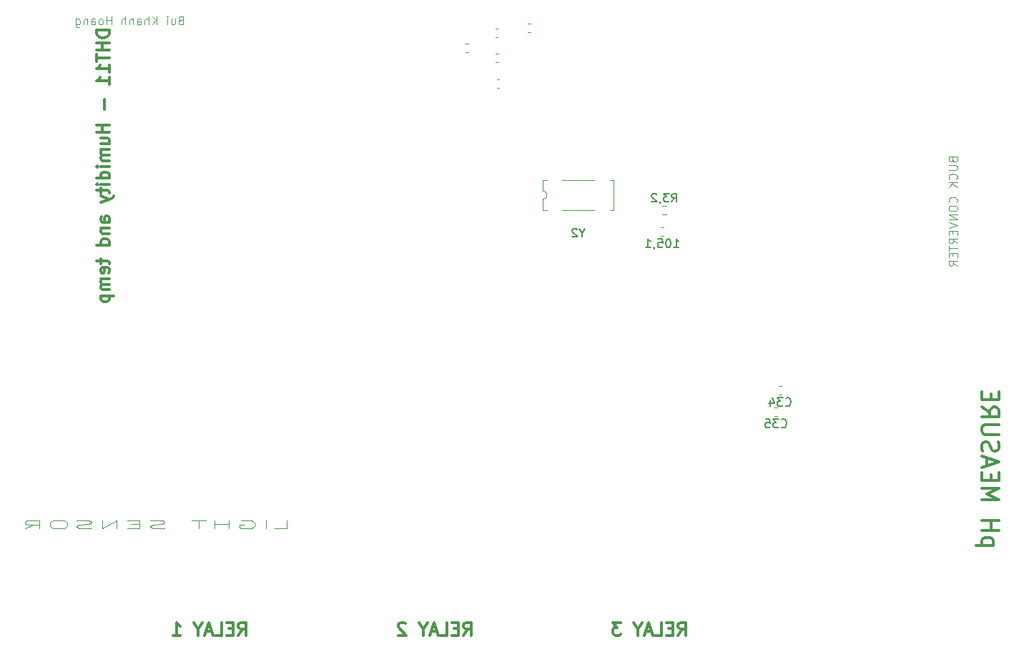
<source format=gbr>
%TF.GenerationSoftware,KiCad,Pcbnew,8.0.4*%
%TF.CreationDate,2024-09-30T00:09:27+07:00*%
%TF.ProjectId,Schematic_editted,53636865-6d61-4746-9963-5f6564697474,rev?*%
%TF.SameCoordinates,Original*%
%TF.FileFunction,Legend,Bot*%
%TF.FilePolarity,Positive*%
%FSLAX46Y46*%
G04 Gerber Fmt 4.6, Leading zero omitted, Abs format (unit mm)*
G04 Created by KiCad (PCBNEW 8.0.4) date 2024-09-30 00:09:27*
%MOMM*%
%LPD*%
G01*
G04 APERTURE LIST*
%ADD10C,0.300000*%
%ADD11C,0.100000*%
%ADD12C,0.150000*%
%ADD13C,0.120000*%
G04 APERTURE END LIST*
D10*
X104292828Y-69384510D02*
X102792828Y-69384510D01*
X102792828Y-69384510D02*
X102792828Y-69741653D01*
X102792828Y-69741653D02*
X102864257Y-69955939D01*
X102864257Y-69955939D02*
X103007114Y-70098796D01*
X103007114Y-70098796D02*
X103149971Y-70170225D01*
X103149971Y-70170225D02*
X103435685Y-70241653D01*
X103435685Y-70241653D02*
X103649971Y-70241653D01*
X103649971Y-70241653D02*
X103935685Y-70170225D01*
X103935685Y-70170225D02*
X104078542Y-70098796D01*
X104078542Y-70098796D02*
X104221400Y-69955939D01*
X104221400Y-69955939D02*
X104292828Y-69741653D01*
X104292828Y-69741653D02*
X104292828Y-69384510D01*
X104292828Y-70884510D02*
X102792828Y-70884510D01*
X103507114Y-70884510D02*
X103507114Y-71741653D01*
X104292828Y-71741653D02*
X102792828Y-71741653D01*
X102792828Y-72241654D02*
X102792828Y-73098797D01*
X104292828Y-72670225D02*
X102792828Y-72670225D01*
X104292828Y-74384511D02*
X104292828Y-73527368D01*
X104292828Y-73955939D02*
X102792828Y-73955939D01*
X102792828Y-73955939D02*
X103007114Y-73813082D01*
X103007114Y-73813082D02*
X103149971Y-73670225D01*
X103149971Y-73670225D02*
X103221400Y-73527368D01*
X104292828Y-75813082D02*
X104292828Y-74955939D01*
X104292828Y-75384510D02*
X102792828Y-75384510D01*
X102792828Y-75384510D02*
X103007114Y-75241653D01*
X103007114Y-75241653D02*
X103149971Y-75098796D01*
X103149971Y-75098796D02*
X103221400Y-74955939D01*
X103721400Y-77598795D02*
X103721400Y-78741653D01*
X104292828Y-80598795D02*
X102792828Y-80598795D01*
X103507114Y-80598795D02*
X103507114Y-81455938D01*
X104292828Y-81455938D02*
X102792828Y-81455938D01*
X103292828Y-82813082D02*
X104292828Y-82813082D01*
X103292828Y-82170224D02*
X104078542Y-82170224D01*
X104078542Y-82170224D02*
X104221400Y-82241653D01*
X104221400Y-82241653D02*
X104292828Y-82384510D01*
X104292828Y-82384510D02*
X104292828Y-82598796D01*
X104292828Y-82598796D02*
X104221400Y-82741653D01*
X104221400Y-82741653D02*
X104149971Y-82813082D01*
X104292828Y-83527367D02*
X103292828Y-83527367D01*
X103435685Y-83527367D02*
X103364257Y-83598796D01*
X103364257Y-83598796D02*
X103292828Y-83741653D01*
X103292828Y-83741653D02*
X103292828Y-83955939D01*
X103292828Y-83955939D02*
X103364257Y-84098796D01*
X103364257Y-84098796D02*
X103507114Y-84170225D01*
X103507114Y-84170225D02*
X104292828Y-84170225D01*
X103507114Y-84170225D02*
X103364257Y-84241653D01*
X103364257Y-84241653D02*
X103292828Y-84384510D01*
X103292828Y-84384510D02*
X103292828Y-84598796D01*
X103292828Y-84598796D02*
X103364257Y-84741653D01*
X103364257Y-84741653D02*
X103507114Y-84813082D01*
X103507114Y-84813082D02*
X104292828Y-84813082D01*
X104292828Y-85527367D02*
X103292828Y-85527367D01*
X102792828Y-85527367D02*
X102864257Y-85455939D01*
X102864257Y-85455939D02*
X102935685Y-85527367D01*
X102935685Y-85527367D02*
X102864257Y-85598796D01*
X102864257Y-85598796D02*
X102792828Y-85527367D01*
X102792828Y-85527367D02*
X102935685Y-85527367D01*
X104292828Y-86884511D02*
X102792828Y-86884511D01*
X104221400Y-86884511D02*
X104292828Y-86741653D01*
X104292828Y-86741653D02*
X104292828Y-86455939D01*
X104292828Y-86455939D02*
X104221400Y-86313082D01*
X104221400Y-86313082D02*
X104149971Y-86241653D01*
X104149971Y-86241653D02*
X104007114Y-86170225D01*
X104007114Y-86170225D02*
X103578542Y-86170225D01*
X103578542Y-86170225D02*
X103435685Y-86241653D01*
X103435685Y-86241653D02*
X103364257Y-86313082D01*
X103364257Y-86313082D02*
X103292828Y-86455939D01*
X103292828Y-86455939D02*
X103292828Y-86741653D01*
X103292828Y-86741653D02*
X103364257Y-86884511D01*
X104292828Y-87598796D02*
X103292828Y-87598796D01*
X102792828Y-87598796D02*
X102864257Y-87527368D01*
X102864257Y-87527368D02*
X102935685Y-87598796D01*
X102935685Y-87598796D02*
X102864257Y-87670225D01*
X102864257Y-87670225D02*
X102792828Y-87598796D01*
X102792828Y-87598796D02*
X102935685Y-87598796D01*
X103292828Y-88098797D02*
X103292828Y-88670225D01*
X102792828Y-88313082D02*
X104078542Y-88313082D01*
X104078542Y-88313082D02*
X104221400Y-88384511D01*
X104221400Y-88384511D02*
X104292828Y-88527368D01*
X104292828Y-88527368D02*
X104292828Y-88670225D01*
X103292828Y-89027368D02*
X104292828Y-89384511D01*
X103292828Y-89741654D02*
X104292828Y-89384511D01*
X104292828Y-89384511D02*
X104649971Y-89241654D01*
X104649971Y-89241654D02*
X104721400Y-89170225D01*
X104721400Y-89170225D02*
X104792828Y-89027368D01*
X104292828Y-92098797D02*
X103507114Y-92098797D01*
X103507114Y-92098797D02*
X103364257Y-92027368D01*
X103364257Y-92027368D02*
X103292828Y-91884511D01*
X103292828Y-91884511D02*
X103292828Y-91598797D01*
X103292828Y-91598797D02*
X103364257Y-91455939D01*
X104221400Y-92098797D02*
X104292828Y-91955939D01*
X104292828Y-91955939D02*
X104292828Y-91598797D01*
X104292828Y-91598797D02*
X104221400Y-91455939D01*
X104221400Y-91455939D02*
X104078542Y-91384511D01*
X104078542Y-91384511D02*
X103935685Y-91384511D01*
X103935685Y-91384511D02*
X103792828Y-91455939D01*
X103792828Y-91455939D02*
X103721400Y-91598797D01*
X103721400Y-91598797D02*
X103721400Y-91955939D01*
X103721400Y-91955939D02*
X103649971Y-92098797D01*
X103292828Y-92813082D02*
X104292828Y-92813082D01*
X103435685Y-92813082D02*
X103364257Y-92884511D01*
X103364257Y-92884511D02*
X103292828Y-93027368D01*
X103292828Y-93027368D02*
X103292828Y-93241654D01*
X103292828Y-93241654D02*
X103364257Y-93384511D01*
X103364257Y-93384511D02*
X103507114Y-93455940D01*
X103507114Y-93455940D02*
X104292828Y-93455940D01*
X104292828Y-94813083D02*
X102792828Y-94813083D01*
X104221400Y-94813083D02*
X104292828Y-94670225D01*
X104292828Y-94670225D02*
X104292828Y-94384511D01*
X104292828Y-94384511D02*
X104221400Y-94241654D01*
X104221400Y-94241654D02*
X104149971Y-94170225D01*
X104149971Y-94170225D02*
X104007114Y-94098797D01*
X104007114Y-94098797D02*
X103578542Y-94098797D01*
X103578542Y-94098797D02*
X103435685Y-94170225D01*
X103435685Y-94170225D02*
X103364257Y-94241654D01*
X103364257Y-94241654D02*
X103292828Y-94384511D01*
X103292828Y-94384511D02*
X103292828Y-94670225D01*
X103292828Y-94670225D02*
X103364257Y-94813083D01*
X103292828Y-96455940D02*
X103292828Y-97027368D01*
X102792828Y-96670225D02*
X104078542Y-96670225D01*
X104078542Y-96670225D02*
X104221400Y-96741654D01*
X104221400Y-96741654D02*
X104292828Y-96884511D01*
X104292828Y-96884511D02*
X104292828Y-97027368D01*
X104221400Y-98098797D02*
X104292828Y-97955940D01*
X104292828Y-97955940D02*
X104292828Y-97670226D01*
X104292828Y-97670226D02*
X104221400Y-97527368D01*
X104221400Y-97527368D02*
X104078542Y-97455940D01*
X104078542Y-97455940D02*
X103507114Y-97455940D01*
X103507114Y-97455940D02*
X103364257Y-97527368D01*
X103364257Y-97527368D02*
X103292828Y-97670226D01*
X103292828Y-97670226D02*
X103292828Y-97955940D01*
X103292828Y-97955940D02*
X103364257Y-98098797D01*
X103364257Y-98098797D02*
X103507114Y-98170226D01*
X103507114Y-98170226D02*
X103649971Y-98170226D01*
X103649971Y-98170226D02*
X103792828Y-97455940D01*
X104292828Y-98813082D02*
X103292828Y-98813082D01*
X103435685Y-98813082D02*
X103364257Y-98884511D01*
X103364257Y-98884511D02*
X103292828Y-99027368D01*
X103292828Y-99027368D02*
X103292828Y-99241654D01*
X103292828Y-99241654D02*
X103364257Y-99384511D01*
X103364257Y-99384511D02*
X103507114Y-99455940D01*
X103507114Y-99455940D02*
X104292828Y-99455940D01*
X103507114Y-99455940D02*
X103364257Y-99527368D01*
X103364257Y-99527368D02*
X103292828Y-99670225D01*
X103292828Y-99670225D02*
X103292828Y-99884511D01*
X103292828Y-99884511D02*
X103364257Y-100027368D01*
X103364257Y-100027368D02*
X103507114Y-100098797D01*
X103507114Y-100098797D02*
X104292828Y-100098797D01*
X103292828Y-100813082D02*
X104792828Y-100813082D01*
X103364257Y-100813082D02*
X103292828Y-100955940D01*
X103292828Y-100955940D02*
X103292828Y-101241654D01*
X103292828Y-101241654D02*
X103364257Y-101384511D01*
X103364257Y-101384511D02*
X103435685Y-101455940D01*
X103435685Y-101455940D02*
X103578542Y-101527368D01*
X103578542Y-101527368D02*
X104007114Y-101527368D01*
X104007114Y-101527368D02*
X104149971Y-101455940D01*
X104149971Y-101455940D02*
X104221400Y-101384511D01*
X104221400Y-101384511D02*
X104292828Y-101241654D01*
X104292828Y-101241654D02*
X104292828Y-100955940D01*
X104292828Y-100955940D02*
X104221400Y-100813082D01*
X146260346Y-141020828D02*
X146760346Y-140306542D01*
X147117489Y-141020828D02*
X147117489Y-139520828D01*
X147117489Y-139520828D02*
X146546060Y-139520828D01*
X146546060Y-139520828D02*
X146403203Y-139592257D01*
X146403203Y-139592257D02*
X146331774Y-139663685D01*
X146331774Y-139663685D02*
X146260346Y-139806542D01*
X146260346Y-139806542D02*
X146260346Y-140020828D01*
X146260346Y-140020828D02*
X146331774Y-140163685D01*
X146331774Y-140163685D02*
X146403203Y-140235114D01*
X146403203Y-140235114D02*
X146546060Y-140306542D01*
X146546060Y-140306542D02*
X147117489Y-140306542D01*
X145617489Y-140235114D02*
X145117489Y-140235114D01*
X144903203Y-141020828D02*
X145617489Y-141020828D01*
X145617489Y-141020828D02*
X145617489Y-139520828D01*
X145617489Y-139520828D02*
X144903203Y-139520828D01*
X143546060Y-141020828D02*
X144260346Y-141020828D01*
X144260346Y-141020828D02*
X144260346Y-139520828D01*
X143117488Y-140592257D02*
X142403203Y-140592257D01*
X143260345Y-141020828D02*
X142760345Y-139520828D01*
X142760345Y-139520828D02*
X142260345Y-141020828D01*
X141474631Y-140306542D02*
X141474631Y-141020828D01*
X141974631Y-139520828D02*
X141474631Y-140306542D01*
X141474631Y-140306542D02*
X140974631Y-139520828D01*
X139403203Y-139663685D02*
X139331775Y-139592257D01*
X139331775Y-139592257D02*
X139188918Y-139520828D01*
X139188918Y-139520828D02*
X138831775Y-139520828D01*
X138831775Y-139520828D02*
X138688918Y-139592257D01*
X138688918Y-139592257D02*
X138617489Y-139663685D01*
X138617489Y-139663685D02*
X138546060Y-139806542D01*
X138546060Y-139806542D02*
X138546060Y-139949400D01*
X138546060Y-139949400D02*
X138617489Y-140163685D01*
X138617489Y-140163685D02*
X139474632Y-141020828D01*
X139474632Y-141020828D02*
X138546060Y-141020828D01*
D11*
X112744782Y-68178609D02*
X112601925Y-68226228D01*
X112601925Y-68226228D02*
X112554306Y-68273847D01*
X112554306Y-68273847D02*
X112506687Y-68369085D01*
X112506687Y-68369085D02*
X112506687Y-68511942D01*
X112506687Y-68511942D02*
X112554306Y-68607180D01*
X112554306Y-68607180D02*
X112601925Y-68654800D01*
X112601925Y-68654800D02*
X112697163Y-68702419D01*
X112697163Y-68702419D02*
X113078115Y-68702419D01*
X113078115Y-68702419D02*
X113078115Y-67702419D01*
X113078115Y-67702419D02*
X112744782Y-67702419D01*
X112744782Y-67702419D02*
X112649544Y-67750038D01*
X112649544Y-67750038D02*
X112601925Y-67797657D01*
X112601925Y-67797657D02*
X112554306Y-67892895D01*
X112554306Y-67892895D02*
X112554306Y-67988133D01*
X112554306Y-67988133D02*
X112601925Y-68083371D01*
X112601925Y-68083371D02*
X112649544Y-68130990D01*
X112649544Y-68130990D02*
X112744782Y-68178609D01*
X112744782Y-68178609D02*
X113078115Y-68178609D01*
X111649544Y-68035752D02*
X111649544Y-68702419D01*
X112078115Y-68035752D02*
X112078115Y-68559561D01*
X112078115Y-68559561D02*
X112030496Y-68654800D01*
X112030496Y-68654800D02*
X111935258Y-68702419D01*
X111935258Y-68702419D02*
X111792401Y-68702419D01*
X111792401Y-68702419D02*
X111697163Y-68654800D01*
X111697163Y-68654800D02*
X111649544Y-68607180D01*
X111173353Y-68702419D02*
X111173353Y-68035752D01*
X111173353Y-67702419D02*
X111220972Y-67750038D01*
X111220972Y-67750038D02*
X111173353Y-67797657D01*
X111173353Y-67797657D02*
X111125734Y-67750038D01*
X111125734Y-67750038D02*
X111173353Y-67702419D01*
X111173353Y-67702419D02*
X111173353Y-67797657D01*
X109935258Y-68702419D02*
X109935258Y-67702419D01*
X109363830Y-68702419D02*
X109792401Y-68130990D01*
X109363830Y-67702419D02*
X109935258Y-68273847D01*
X108935258Y-68702419D02*
X108935258Y-67702419D01*
X108506687Y-68702419D02*
X108506687Y-68178609D01*
X108506687Y-68178609D02*
X108554306Y-68083371D01*
X108554306Y-68083371D02*
X108649544Y-68035752D01*
X108649544Y-68035752D02*
X108792401Y-68035752D01*
X108792401Y-68035752D02*
X108887639Y-68083371D01*
X108887639Y-68083371D02*
X108935258Y-68130990D01*
X107601925Y-68702419D02*
X107601925Y-68178609D01*
X107601925Y-68178609D02*
X107649544Y-68083371D01*
X107649544Y-68083371D02*
X107744782Y-68035752D01*
X107744782Y-68035752D02*
X107935258Y-68035752D01*
X107935258Y-68035752D02*
X108030496Y-68083371D01*
X107601925Y-68654800D02*
X107697163Y-68702419D01*
X107697163Y-68702419D02*
X107935258Y-68702419D01*
X107935258Y-68702419D02*
X108030496Y-68654800D01*
X108030496Y-68654800D02*
X108078115Y-68559561D01*
X108078115Y-68559561D02*
X108078115Y-68464323D01*
X108078115Y-68464323D02*
X108030496Y-68369085D01*
X108030496Y-68369085D02*
X107935258Y-68321466D01*
X107935258Y-68321466D02*
X107697163Y-68321466D01*
X107697163Y-68321466D02*
X107601925Y-68273847D01*
X107125734Y-68035752D02*
X107125734Y-68702419D01*
X107125734Y-68130990D02*
X107078115Y-68083371D01*
X107078115Y-68083371D02*
X106982877Y-68035752D01*
X106982877Y-68035752D02*
X106840020Y-68035752D01*
X106840020Y-68035752D02*
X106744782Y-68083371D01*
X106744782Y-68083371D02*
X106697163Y-68178609D01*
X106697163Y-68178609D02*
X106697163Y-68702419D01*
X106220972Y-68702419D02*
X106220972Y-67702419D01*
X105792401Y-68702419D02*
X105792401Y-68178609D01*
X105792401Y-68178609D02*
X105840020Y-68083371D01*
X105840020Y-68083371D02*
X105935258Y-68035752D01*
X105935258Y-68035752D02*
X106078115Y-68035752D01*
X106078115Y-68035752D02*
X106173353Y-68083371D01*
X106173353Y-68083371D02*
X106220972Y-68130990D01*
X104554305Y-68702419D02*
X104554305Y-67702419D01*
X104554305Y-68178609D02*
X103982877Y-68178609D01*
X103982877Y-68702419D02*
X103982877Y-67702419D01*
X103363829Y-68702419D02*
X103459067Y-68654800D01*
X103459067Y-68654800D02*
X103506686Y-68607180D01*
X103506686Y-68607180D02*
X103554305Y-68511942D01*
X103554305Y-68511942D02*
X103554305Y-68226228D01*
X103554305Y-68226228D02*
X103506686Y-68130990D01*
X103506686Y-68130990D02*
X103459067Y-68083371D01*
X103459067Y-68083371D02*
X103363829Y-68035752D01*
X103363829Y-68035752D02*
X103220972Y-68035752D01*
X103220972Y-68035752D02*
X103125734Y-68083371D01*
X103125734Y-68083371D02*
X103078115Y-68130990D01*
X103078115Y-68130990D02*
X103030496Y-68226228D01*
X103030496Y-68226228D02*
X103030496Y-68511942D01*
X103030496Y-68511942D02*
X103078115Y-68607180D01*
X103078115Y-68607180D02*
X103125734Y-68654800D01*
X103125734Y-68654800D02*
X103220972Y-68702419D01*
X103220972Y-68702419D02*
X103363829Y-68702419D01*
X102173353Y-68702419D02*
X102173353Y-68178609D01*
X102173353Y-68178609D02*
X102220972Y-68083371D01*
X102220972Y-68083371D02*
X102316210Y-68035752D01*
X102316210Y-68035752D02*
X102506686Y-68035752D01*
X102506686Y-68035752D02*
X102601924Y-68083371D01*
X102173353Y-68654800D02*
X102268591Y-68702419D01*
X102268591Y-68702419D02*
X102506686Y-68702419D01*
X102506686Y-68702419D02*
X102601924Y-68654800D01*
X102601924Y-68654800D02*
X102649543Y-68559561D01*
X102649543Y-68559561D02*
X102649543Y-68464323D01*
X102649543Y-68464323D02*
X102601924Y-68369085D01*
X102601924Y-68369085D02*
X102506686Y-68321466D01*
X102506686Y-68321466D02*
X102268591Y-68321466D01*
X102268591Y-68321466D02*
X102173353Y-68273847D01*
X101697162Y-68035752D02*
X101697162Y-68702419D01*
X101697162Y-68130990D02*
X101649543Y-68083371D01*
X101649543Y-68083371D02*
X101554305Y-68035752D01*
X101554305Y-68035752D02*
X101411448Y-68035752D01*
X101411448Y-68035752D02*
X101316210Y-68083371D01*
X101316210Y-68083371D02*
X101268591Y-68178609D01*
X101268591Y-68178609D02*
X101268591Y-68702419D01*
X100363829Y-68035752D02*
X100363829Y-68845276D01*
X100363829Y-68845276D02*
X100411448Y-68940514D01*
X100411448Y-68940514D02*
X100459067Y-68988133D01*
X100459067Y-68988133D02*
X100554305Y-69035752D01*
X100554305Y-69035752D02*
X100697162Y-69035752D01*
X100697162Y-69035752D02*
X100792400Y-68988133D01*
X100363829Y-68654800D02*
X100459067Y-68702419D01*
X100459067Y-68702419D02*
X100649543Y-68702419D01*
X100649543Y-68702419D02*
X100744781Y-68654800D01*
X100744781Y-68654800D02*
X100792400Y-68607180D01*
X100792400Y-68607180D02*
X100840019Y-68511942D01*
X100840019Y-68511942D02*
X100840019Y-68226228D01*
X100840019Y-68226228D02*
X100792400Y-68130990D01*
X100792400Y-68130990D02*
X100744781Y-68083371D01*
X100744781Y-68083371D02*
X100649543Y-68035752D01*
X100649543Y-68035752D02*
X100459067Y-68035752D01*
X100459067Y-68035752D02*
X100363829Y-68083371D01*
D10*
X208955695Y-130386441D02*
X206955695Y-130386441D01*
X208860457Y-130386441D02*
X208955695Y-130195965D01*
X208955695Y-130195965D02*
X208955695Y-129815012D01*
X208955695Y-129815012D02*
X208860457Y-129624536D01*
X208860457Y-129624536D02*
X208765219Y-129529298D01*
X208765219Y-129529298D02*
X208574742Y-129434060D01*
X208574742Y-129434060D02*
X208003314Y-129434060D01*
X208003314Y-129434060D02*
X207812838Y-129529298D01*
X207812838Y-129529298D02*
X207717600Y-129624536D01*
X207717600Y-129624536D02*
X207622361Y-129815012D01*
X207622361Y-129815012D02*
X207622361Y-130195965D01*
X207622361Y-130195965D02*
X207717600Y-130386441D01*
X207622361Y-128576917D02*
X209622361Y-128576917D01*
X208669980Y-128576917D02*
X208669980Y-127434060D01*
X207622361Y-127434060D02*
X209622361Y-127434060D01*
X207622361Y-124957869D02*
X209622361Y-124957869D01*
X209622361Y-124957869D02*
X208193790Y-124291202D01*
X208193790Y-124291202D02*
X209622361Y-123624536D01*
X209622361Y-123624536D02*
X207622361Y-123624536D01*
X208669980Y-122672155D02*
X208669980Y-122005488D01*
X207622361Y-121719774D02*
X207622361Y-122672155D01*
X207622361Y-122672155D02*
X209622361Y-122672155D01*
X209622361Y-122672155D02*
X209622361Y-121719774D01*
X208193790Y-120957869D02*
X208193790Y-120005488D01*
X207622361Y-121148345D02*
X209622361Y-120481679D01*
X209622361Y-120481679D02*
X207622361Y-119815012D01*
X207717600Y-119243583D02*
X207622361Y-118957869D01*
X207622361Y-118957869D02*
X207622361Y-118481678D01*
X207622361Y-118481678D02*
X207717600Y-118291202D01*
X207717600Y-118291202D02*
X207812838Y-118195964D01*
X207812838Y-118195964D02*
X208003314Y-118100726D01*
X208003314Y-118100726D02*
X208193790Y-118100726D01*
X208193790Y-118100726D02*
X208384266Y-118195964D01*
X208384266Y-118195964D02*
X208479504Y-118291202D01*
X208479504Y-118291202D02*
X208574742Y-118481678D01*
X208574742Y-118481678D02*
X208669980Y-118862631D01*
X208669980Y-118862631D02*
X208765219Y-119053107D01*
X208765219Y-119053107D02*
X208860457Y-119148345D01*
X208860457Y-119148345D02*
X209050933Y-119243583D01*
X209050933Y-119243583D02*
X209241409Y-119243583D01*
X209241409Y-119243583D02*
X209431885Y-119148345D01*
X209431885Y-119148345D02*
X209527123Y-119053107D01*
X209527123Y-119053107D02*
X209622361Y-118862631D01*
X209622361Y-118862631D02*
X209622361Y-118386440D01*
X209622361Y-118386440D02*
X209527123Y-118100726D01*
X209622361Y-117243583D02*
X208003314Y-117243583D01*
X208003314Y-117243583D02*
X207812838Y-117148345D01*
X207812838Y-117148345D02*
X207717600Y-117053107D01*
X207717600Y-117053107D02*
X207622361Y-116862631D01*
X207622361Y-116862631D02*
X207622361Y-116481678D01*
X207622361Y-116481678D02*
X207717600Y-116291202D01*
X207717600Y-116291202D02*
X207812838Y-116195964D01*
X207812838Y-116195964D02*
X208003314Y-116100726D01*
X208003314Y-116100726D02*
X209622361Y-116100726D01*
X207622361Y-114005488D02*
X208574742Y-114672155D01*
X207622361Y-115148345D02*
X209622361Y-115148345D01*
X209622361Y-115148345D02*
X209622361Y-114386440D01*
X209622361Y-114386440D02*
X209527123Y-114195964D01*
X209527123Y-114195964D02*
X209431885Y-114100726D01*
X209431885Y-114100726D02*
X209241409Y-114005488D01*
X209241409Y-114005488D02*
X208955695Y-114005488D01*
X208955695Y-114005488D02*
X208765219Y-114100726D01*
X208765219Y-114100726D02*
X208669980Y-114195964D01*
X208669980Y-114195964D02*
X208574742Y-114386440D01*
X208574742Y-114386440D02*
X208574742Y-115148345D01*
X208669980Y-113148345D02*
X208669980Y-112481678D01*
X207622361Y-112195964D02*
X207622361Y-113148345D01*
X207622361Y-113148345D02*
X209622361Y-113148345D01*
X209622361Y-113148345D02*
X209622361Y-112195964D01*
D11*
X123873353Y-128392419D02*
X125301925Y-128392419D01*
X125301925Y-128392419D02*
X125301925Y-127392419D01*
X122873354Y-128392419D02*
X122873354Y-127392419D01*
X119873354Y-127440038D02*
X120159069Y-127392419D01*
X120159069Y-127392419D02*
X120587640Y-127392419D01*
X120587640Y-127392419D02*
X121016211Y-127440038D01*
X121016211Y-127440038D02*
X121301926Y-127535276D01*
X121301926Y-127535276D02*
X121444783Y-127630514D01*
X121444783Y-127630514D02*
X121587640Y-127820990D01*
X121587640Y-127820990D02*
X121587640Y-127963847D01*
X121587640Y-127963847D02*
X121444783Y-128154323D01*
X121444783Y-128154323D02*
X121301926Y-128249561D01*
X121301926Y-128249561D02*
X121016211Y-128344800D01*
X121016211Y-128344800D02*
X120587640Y-128392419D01*
X120587640Y-128392419D02*
X120301926Y-128392419D01*
X120301926Y-128392419D02*
X119873354Y-128344800D01*
X119873354Y-128344800D02*
X119730497Y-128297180D01*
X119730497Y-128297180D02*
X119730497Y-127963847D01*
X119730497Y-127963847D02*
X120301926Y-127963847D01*
X118444783Y-128392419D02*
X118444783Y-127392419D01*
X118444783Y-127868609D02*
X116730497Y-127868609D01*
X116730497Y-128392419D02*
X116730497Y-127392419D01*
X115730497Y-127392419D02*
X114016212Y-127392419D01*
X114873354Y-128392419D02*
X114873354Y-127392419D01*
X110873355Y-128344800D02*
X110444784Y-128392419D01*
X110444784Y-128392419D02*
X109730498Y-128392419D01*
X109730498Y-128392419D02*
X109444784Y-128344800D01*
X109444784Y-128344800D02*
X109301926Y-128297180D01*
X109301926Y-128297180D02*
X109159069Y-128201942D01*
X109159069Y-128201942D02*
X109159069Y-128106704D01*
X109159069Y-128106704D02*
X109301926Y-128011466D01*
X109301926Y-128011466D02*
X109444784Y-127963847D01*
X109444784Y-127963847D02*
X109730498Y-127916228D01*
X109730498Y-127916228D02*
X110301926Y-127868609D01*
X110301926Y-127868609D02*
X110587641Y-127820990D01*
X110587641Y-127820990D02*
X110730498Y-127773371D01*
X110730498Y-127773371D02*
X110873355Y-127678133D01*
X110873355Y-127678133D02*
X110873355Y-127582895D01*
X110873355Y-127582895D02*
X110730498Y-127487657D01*
X110730498Y-127487657D02*
X110587641Y-127440038D01*
X110587641Y-127440038D02*
X110301926Y-127392419D01*
X110301926Y-127392419D02*
X109587641Y-127392419D01*
X109587641Y-127392419D02*
X109159069Y-127440038D01*
X107873355Y-127868609D02*
X106873355Y-127868609D01*
X106444783Y-128392419D02*
X107873355Y-128392419D01*
X107873355Y-128392419D02*
X107873355Y-127392419D01*
X107873355Y-127392419D02*
X106444783Y-127392419D01*
X105159069Y-128392419D02*
X105159069Y-127392419D01*
X105159069Y-127392419D02*
X103444783Y-128392419D01*
X103444783Y-128392419D02*
X103444783Y-127392419D01*
X102159069Y-128344800D02*
X101730498Y-128392419D01*
X101730498Y-128392419D02*
X101016212Y-128392419D01*
X101016212Y-128392419D02*
X100730498Y-128344800D01*
X100730498Y-128344800D02*
X100587640Y-128297180D01*
X100587640Y-128297180D02*
X100444783Y-128201942D01*
X100444783Y-128201942D02*
X100444783Y-128106704D01*
X100444783Y-128106704D02*
X100587640Y-128011466D01*
X100587640Y-128011466D02*
X100730498Y-127963847D01*
X100730498Y-127963847D02*
X101016212Y-127916228D01*
X101016212Y-127916228D02*
X101587640Y-127868609D01*
X101587640Y-127868609D02*
X101873355Y-127820990D01*
X101873355Y-127820990D02*
X102016212Y-127773371D01*
X102016212Y-127773371D02*
X102159069Y-127678133D01*
X102159069Y-127678133D02*
X102159069Y-127582895D01*
X102159069Y-127582895D02*
X102016212Y-127487657D01*
X102016212Y-127487657D02*
X101873355Y-127440038D01*
X101873355Y-127440038D02*
X101587640Y-127392419D01*
X101587640Y-127392419D02*
X100873355Y-127392419D01*
X100873355Y-127392419D02*
X100444783Y-127440038D01*
X98587640Y-127392419D02*
X98016212Y-127392419D01*
X98016212Y-127392419D02*
X97730497Y-127440038D01*
X97730497Y-127440038D02*
X97444783Y-127535276D01*
X97444783Y-127535276D02*
X97301926Y-127725752D01*
X97301926Y-127725752D02*
X97301926Y-128059085D01*
X97301926Y-128059085D02*
X97444783Y-128249561D01*
X97444783Y-128249561D02*
X97730497Y-128344800D01*
X97730497Y-128344800D02*
X98016212Y-128392419D01*
X98016212Y-128392419D02*
X98587640Y-128392419D01*
X98587640Y-128392419D02*
X98873355Y-128344800D01*
X98873355Y-128344800D02*
X99159069Y-128249561D01*
X99159069Y-128249561D02*
X99301926Y-128059085D01*
X99301926Y-128059085D02*
X99301926Y-127725752D01*
X99301926Y-127725752D02*
X99159069Y-127535276D01*
X99159069Y-127535276D02*
X98873355Y-127440038D01*
X98873355Y-127440038D02*
X98587640Y-127392419D01*
X94301926Y-128392419D02*
X95301926Y-127916228D01*
X96016212Y-128392419D02*
X96016212Y-127392419D01*
X96016212Y-127392419D02*
X94873355Y-127392419D01*
X94873355Y-127392419D02*
X94587640Y-127440038D01*
X94587640Y-127440038D02*
X94444783Y-127487657D01*
X94444783Y-127487657D02*
X94301926Y-127582895D01*
X94301926Y-127582895D02*
X94301926Y-127725752D01*
X94301926Y-127725752D02*
X94444783Y-127820990D01*
X94444783Y-127820990D02*
X94587640Y-127868609D01*
X94587640Y-127868609D02*
X94873355Y-127916228D01*
X94873355Y-127916228D02*
X96016212Y-127916228D01*
D10*
X119590346Y-141020828D02*
X120090346Y-140306542D01*
X120447489Y-141020828D02*
X120447489Y-139520828D01*
X120447489Y-139520828D02*
X119876060Y-139520828D01*
X119876060Y-139520828D02*
X119733203Y-139592257D01*
X119733203Y-139592257D02*
X119661774Y-139663685D01*
X119661774Y-139663685D02*
X119590346Y-139806542D01*
X119590346Y-139806542D02*
X119590346Y-140020828D01*
X119590346Y-140020828D02*
X119661774Y-140163685D01*
X119661774Y-140163685D02*
X119733203Y-140235114D01*
X119733203Y-140235114D02*
X119876060Y-140306542D01*
X119876060Y-140306542D02*
X120447489Y-140306542D01*
X118947489Y-140235114D02*
X118447489Y-140235114D01*
X118233203Y-141020828D02*
X118947489Y-141020828D01*
X118947489Y-141020828D02*
X118947489Y-139520828D01*
X118947489Y-139520828D02*
X118233203Y-139520828D01*
X116876060Y-141020828D02*
X117590346Y-141020828D01*
X117590346Y-141020828D02*
X117590346Y-139520828D01*
X116447488Y-140592257D02*
X115733203Y-140592257D01*
X116590345Y-141020828D02*
X116090345Y-139520828D01*
X116090345Y-139520828D02*
X115590345Y-141020828D01*
X114804631Y-140306542D02*
X114804631Y-141020828D01*
X115304631Y-139520828D02*
X114804631Y-140306542D01*
X114804631Y-140306542D02*
X114304631Y-139520828D01*
X111876060Y-141020828D02*
X112733203Y-141020828D01*
X112304632Y-141020828D02*
X112304632Y-139520828D01*
X112304632Y-139520828D02*
X112447489Y-139735114D01*
X112447489Y-139735114D02*
X112590346Y-139877971D01*
X112590346Y-139877971D02*
X112733203Y-139949400D01*
X171660346Y-141020828D02*
X172160346Y-140306542D01*
X172517489Y-141020828D02*
X172517489Y-139520828D01*
X172517489Y-139520828D02*
X171946060Y-139520828D01*
X171946060Y-139520828D02*
X171803203Y-139592257D01*
X171803203Y-139592257D02*
X171731774Y-139663685D01*
X171731774Y-139663685D02*
X171660346Y-139806542D01*
X171660346Y-139806542D02*
X171660346Y-140020828D01*
X171660346Y-140020828D02*
X171731774Y-140163685D01*
X171731774Y-140163685D02*
X171803203Y-140235114D01*
X171803203Y-140235114D02*
X171946060Y-140306542D01*
X171946060Y-140306542D02*
X172517489Y-140306542D01*
X171017489Y-140235114D02*
X170517489Y-140235114D01*
X170303203Y-141020828D02*
X171017489Y-141020828D01*
X171017489Y-141020828D02*
X171017489Y-139520828D01*
X171017489Y-139520828D02*
X170303203Y-139520828D01*
X168946060Y-141020828D02*
X169660346Y-141020828D01*
X169660346Y-141020828D02*
X169660346Y-139520828D01*
X168517488Y-140592257D02*
X167803203Y-140592257D01*
X168660345Y-141020828D02*
X168160345Y-139520828D01*
X168160345Y-139520828D02*
X167660345Y-141020828D01*
X166874631Y-140306542D02*
X166874631Y-141020828D01*
X167374631Y-139520828D02*
X166874631Y-140306542D01*
X166874631Y-140306542D02*
X166374631Y-139520828D01*
X164874632Y-139520828D02*
X163946060Y-139520828D01*
X163946060Y-139520828D02*
X164446060Y-140092257D01*
X164446060Y-140092257D02*
X164231775Y-140092257D01*
X164231775Y-140092257D02*
X164088918Y-140163685D01*
X164088918Y-140163685D02*
X164017489Y-140235114D01*
X164017489Y-140235114D02*
X163946060Y-140377971D01*
X163946060Y-140377971D02*
X163946060Y-140735114D01*
X163946060Y-140735114D02*
X164017489Y-140877971D01*
X164017489Y-140877971D02*
X164088918Y-140949400D01*
X164088918Y-140949400D02*
X164231775Y-141020828D01*
X164231775Y-141020828D02*
X164660346Y-141020828D01*
X164660346Y-141020828D02*
X164803203Y-140949400D01*
X164803203Y-140949400D02*
X164874632Y-140877971D01*
D11*
X204170609Y-84707217D02*
X204218228Y-84850074D01*
X204218228Y-84850074D02*
X204265847Y-84897693D01*
X204265847Y-84897693D02*
X204361085Y-84945312D01*
X204361085Y-84945312D02*
X204503942Y-84945312D01*
X204503942Y-84945312D02*
X204599180Y-84897693D01*
X204599180Y-84897693D02*
X204646800Y-84850074D01*
X204646800Y-84850074D02*
X204694419Y-84754836D01*
X204694419Y-84754836D02*
X204694419Y-84373884D01*
X204694419Y-84373884D02*
X203694419Y-84373884D01*
X203694419Y-84373884D02*
X203694419Y-84707217D01*
X203694419Y-84707217D02*
X203742038Y-84802455D01*
X203742038Y-84802455D02*
X203789657Y-84850074D01*
X203789657Y-84850074D02*
X203884895Y-84897693D01*
X203884895Y-84897693D02*
X203980133Y-84897693D01*
X203980133Y-84897693D02*
X204075371Y-84850074D01*
X204075371Y-84850074D02*
X204122990Y-84802455D01*
X204122990Y-84802455D02*
X204170609Y-84707217D01*
X204170609Y-84707217D02*
X204170609Y-84373884D01*
X203694419Y-85373884D02*
X204503942Y-85373884D01*
X204503942Y-85373884D02*
X204599180Y-85421503D01*
X204599180Y-85421503D02*
X204646800Y-85469122D01*
X204646800Y-85469122D02*
X204694419Y-85564360D01*
X204694419Y-85564360D02*
X204694419Y-85754836D01*
X204694419Y-85754836D02*
X204646800Y-85850074D01*
X204646800Y-85850074D02*
X204599180Y-85897693D01*
X204599180Y-85897693D02*
X204503942Y-85945312D01*
X204503942Y-85945312D02*
X203694419Y-85945312D01*
X204599180Y-86992931D02*
X204646800Y-86945312D01*
X204646800Y-86945312D02*
X204694419Y-86802455D01*
X204694419Y-86802455D02*
X204694419Y-86707217D01*
X204694419Y-86707217D02*
X204646800Y-86564360D01*
X204646800Y-86564360D02*
X204551561Y-86469122D01*
X204551561Y-86469122D02*
X204456323Y-86421503D01*
X204456323Y-86421503D02*
X204265847Y-86373884D01*
X204265847Y-86373884D02*
X204122990Y-86373884D01*
X204122990Y-86373884D02*
X203932514Y-86421503D01*
X203932514Y-86421503D02*
X203837276Y-86469122D01*
X203837276Y-86469122D02*
X203742038Y-86564360D01*
X203742038Y-86564360D02*
X203694419Y-86707217D01*
X203694419Y-86707217D02*
X203694419Y-86802455D01*
X203694419Y-86802455D02*
X203742038Y-86945312D01*
X203742038Y-86945312D02*
X203789657Y-86992931D01*
X204694419Y-87421503D02*
X203694419Y-87421503D01*
X204694419Y-87992931D02*
X204122990Y-87564360D01*
X203694419Y-87992931D02*
X204265847Y-87421503D01*
X204599180Y-89754836D02*
X204646800Y-89707217D01*
X204646800Y-89707217D02*
X204694419Y-89564360D01*
X204694419Y-89564360D02*
X204694419Y-89469122D01*
X204694419Y-89469122D02*
X204646800Y-89326265D01*
X204646800Y-89326265D02*
X204551561Y-89231027D01*
X204551561Y-89231027D02*
X204456323Y-89183408D01*
X204456323Y-89183408D02*
X204265847Y-89135789D01*
X204265847Y-89135789D02*
X204122990Y-89135789D01*
X204122990Y-89135789D02*
X203932514Y-89183408D01*
X203932514Y-89183408D02*
X203837276Y-89231027D01*
X203837276Y-89231027D02*
X203742038Y-89326265D01*
X203742038Y-89326265D02*
X203694419Y-89469122D01*
X203694419Y-89469122D02*
X203694419Y-89564360D01*
X203694419Y-89564360D02*
X203742038Y-89707217D01*
X203742038Y-89707217D02*
X203789657Y-89754836D01*
X203694419Y-90373884D02*
X203694419Y-90564360D01*
X203694419Y-90564360D02*
X203742038Y-90659598D01*
X203742038Y-90659598D02*
X203837276Y-90754836D01*
X203837276Y-90754836D02*
X204027752Y-90802455D01*
X204027752Y-90802455D02*
X204361085Y-90802455D01*
X204361085Y-90802455D02*
X204551561Y-90754836D01*
X204551561Y-90754836D02*
X204646800Y-90659598D01*
X204646800Y-90659598D02*
X204694419Y-90564360D01*
X204694419Y-90564360D02*
X204694419Y-90373884D01*
X204694419Y-90373884D02*
X204646800Y-90278646D01*
X204646800Y-90278646D02*
X204551561Y-90183408D01*
X204551561Y-90183408D02*
X204361085Y-90135789D01*
X204361085Y-90135789D02*
X204027752Y-90135789D01*
X204027752Y-90135789D02*
X203837276Y-90183408D01*
X203837276Y-90183408D02*
X203742038Y-90278646D01*
X203742038Y-90278646D02*
X203694419Y-90373884D01*
X204694419Y-91231027D02*
X203694419Y-91231027D01*
X203694419Y-91231027D02*
X204694419Y-91802455D01*
X204694419Y-91802455D02*
X203694419Y-91802455D01*
X203694419Y-92135789D02*
X204694419Y-92469122D01*
X204694419Y-92469122D02*
X203694419Y-92802455D01*
X204170609Y-93135789D02*
X204170609Y-93469122D01*
X204694419Y-93611979D02*
X204694419Y-93135789D01*
X204694419Y-93135789D02*
X203694419Y-93135789D01*
X203694419Y-93135789D02*
X203694419Y-93611979D01*
X204694419Y-94611979D02*
X204218228Y-94278646D01*
X204694419Y-94040551D02*
X203694419Y-94040551D01*
X203694419Y-94040551D02*
X203694419Y-94421503D01*
X203694419Y-94421503D02*
X203742038Y-94516741D01*
X203742038Y-94516741D02*
X203789657Y-94564360D01*
X203789657Y-94564360D02*
X203884895Y-94611979D01*
X203884895Y-94611979D02*
X204027752Y-94611979D01*
X204027752Y-94611979D02*
X204122990Y-94564360D01*
X204122990Y-94564360D02*
X204170609Y-94516741D01*
X204170609Y-94516741D02*
X204218228Y-94421503D01*
X204218228Y-94421503D02*
X204218228Y-94040551D01*
X203694419Y-94897694D02*
X203694419Y-95469122D01*
X204694419Y-95183408D02*
X203694419Y-95183408D01*
X204170609Y-95802456D02*
X204170609Y-96135789D01*
X204694419Y-96278646D02*
X204694419Y-95802456D01*
X204694419Y-95802456D02*
X203694419Y-95802456D01*
X203694419Y-95802456D02*
X203694419Y-96278646D01*
X204694419Y-97278646D02*
X204218228Y-96945313D01*
X204694419Y-96707218D02*
X203694419Y-96707218D01*
X203694419Y-96707218D02*
X203694419Y-97088170D01*
X203694419Y-97088170D02*
X203742038Y-97183408D01*
X203742038Y-97183408D02*
X203789657Y-97231027D01*
X203789657Y-97231027D02*
X203884895Y-97278646D01*
X203884895Y-97278646D02*
X204027752Y-97278646D01*
X204027752Y-97278646D02*
X204122990Y-97231027D01*
X204122990Y-97231027D02*
X204170609Y-97183408D01*
X204170609Y-97183408D02*
X204218228Y-97088170D01*
X204218228Y-97088170D02*
X204218228Y-96707218D01*
D12*
X183874857Y-116339580D02*
X183922476Y-116387200D01*
X183922476Y-116387200D02*
X184065333Y-116434819D01*
X184065333Y-116434819D02*
X184160571Y-116434819D01*
X184160571Y-116434819D02*
X184303428Y-116387200D01*
X184303428Y-116387200D02*
X184398666Y-116291961D01*
X184398666Y-116291961D02*
X184446285Y-116196723D01*
X184446285Y-116196723D02*
X184493904Y-116006247D01*
X184493904Y-116006247D02*
X184493904Y-115863390D01*
X184493904Y-115863390D02*
X184446285Y-115672914D01*
X184446285Y-115672914D02*
X184398666Y-115577676D01*
X184398666Y-115577676D02*
X184303428Y-115482438D01*
X184303428Y-115482438D02*
X184160571Y-115434819D01*
X184160571Y-115434819D02*
X184065333Y-115434819D01*
X184065333Y-115434819D02*
X183922476Y-115482438D01*
X183922476Y-115482438D02*
X183874857Y-115530057D01*
X183541523Y-115434819D02*
X182922476Y-115434819D01*
X182922476Y-115434819D02*
X183255809Y-115815771D01*
X183255809Y-115815771D02*
X183112952Y-115815771D01*
X183112952Y-115815771D02*
X183017714Y-115863390D01*
X183017714Y-115863390D02*
X182970095Y-115911009D01*
X182970095Y-115911009D02*
X182922476Y-116006247D01*
X182922476Y-116006247D02*
X182922476Y-116244342D01*
X182922476Y-116244342D02*
X182970095Y-116339580D01*
X182970095Y-116339580D02*
X183017714Y-116387200D01*
X183017714Y-116387200D02*
X183112952Y-116434819D01*
X183112952Y-116434819D02*
X183398666Y-116434819D01*
X183398666Y-116434819D02*
X183493904Y-116387200D01*
X183493904Y-116387200D02*
X183541523Y-116339580D01*
X182017714Y-115434819D02*
X182493904Y-115434819D01*
X182493904Y-115434819D02*
X182541523Y-115911009D01*
X182541523Y-115911009D02*
X182493904Y-115863390D01*
X182493904Y-115863390D02*
X182398666Y-115815771D01*
X182398666Y-115815771D02*
X182160571Y-115815771D01*
X182160571Y-115815771D02*
X182065333Y-115863390D01*
X182065333Y-115863390D02*
X182017714Y-115911009D01*
X182017714Y-115911009D02*
X181970095Y-116006247D01*
X181970095Y-116006247D02*
X181970095Y-116244342D01*
X181970095Y-116244342D02*
X182017714Y-116339580D01*
X182017714Y-116339580D02*
X182065333Y-116387200D01*
X182065333Y-116387200D02*
X182160571Y-116434819D01*
X182160571Y-116434819D02*
X182398666Y-116434819D01*
X182398666Y-116434819D02*
X182493904Y-116387200D01*
X182493904Y-116387200D02*
X182541523Y-116339580D01*
X171148952Y-95102819D02*
X171720380Y-95102819D01*
X171434666Y-95102819D02*
X171434666Y-94102819D01*
X171434666Y-94102819D02*
X171529904Y-94245676D01*
X171529904Y-94245676D02*
X171625142Y-94340914D01*
X171625142Y-94340914D02*
X171720380Y-94388533D01*
X170529904Y-94102819D02*
X170434666Y-94102819D01*
X170434666Y-94102819D02*
X170339428Y-94150438D01*
X170339428Y-94150438D02*
X170291809Y-94198057D01*
X170291809Y-94198057D02*
X170244190Y-94293295D01*
X170244190Y-94293295D02*
X170196571Y-94483771D01*
X170196571Y-94483771D02*
X170196571Y-94721866D01*
X170196571Y-94721866D02*
X170244190Y-94912342D01*
X170244190Y-94912342D02*
X170291809Y-95007580D01*
X170291809Y-95007580D02*
X170339428Y-95055200D01*
X170339428Y-95055200D02*
X170434666Y-95102819D01*
X170434666Y-95102819D02*
X170529904Y-95102819D01*
X170529904Y-95102819D02*
X170625142Y-95055200D01*
X170625142Y-95055200D02*
X170672761Y-95007580D01*
X170672761Y-95007580D02*
X170720380Y-94912342D01*
X170720380Y-94912342D02*
X170767999Y-94721866D01*
X170767999Y-94721866D02*
X170767999Y-94483771D01*
X170767999Y-94483771D02*
X170720380Y-94293295D01*
X170720380Y-94293295D02*
X170672761Y-94198057D01*
X170672761Y-94198057D02*
X170625142Y-94150438D01*
X170625142Y-94150438D02*
X170529904Y-94102819D01*
X169291809Y-94102819D02*
X169767999Y-94102819D01*
X169767999Y-94102819D02*
X169815618Y-94579009D01*
X169815618Y-94579009D02*
X169767999Y-94531390D01*
X169767999Y-94531390D02*
X169672761Y-94483771D01*
X169672761Y-94483771D02*
X169434666Y-94483771D01*
X169434666Y-94483771D02*
X169339428Y-94531390D01*
X169339428Y-94531390D02*
X169291809Y-94579009D01*
X169291809Y-94579009D02*
X169244190Y-94674247D01*
X169244190Y-94674247D02*
X169244190Y-94912342D01*
X169244190Y-94912342D02*
X169291809Y-95007580D01*
X169291809Y-95007580D02*
X169339428Y-95055200D01*
X169339428Y-95055200D02*
X169434666Y-95102819D01*
X169434666Y-95102819D02*
X169672761Y-95102819D01*
X169672761Y-95102819D02*
X169767999Y-95055200D01*
X169767999Y-95055200D02*
X169815618Y-95007580D01*
X168767999Y-95055200D02*
X168767999Y-95102819D01*
X168767999Y-95102819D02*
X168815618Y-95198057D01*
X168815618Y-95198057D02*
X168863237Y-95245676D01*
X167815619Y-95102819D02*
X168387047Y-95102819D01*
X168101333Y-95102819D02*
X168101333Y-94102819D01*
X168101333Y-94102819D02*
X168196571Y-94245676D01*
X168196571Y-94245676D02*
X168291809Y-94340914D01*
X168291809Y-94340914D02*
X168387047Y-94388533D01*
X184369857Y-113799580D02*
X184417476Y-113847200D01*
X184417476Y-113847200D02*
X184560333Y-113894819D01*
X184560333Y-113894819D02*
X184655571Y-113894819D01*
X184655571Y-113894819D02*
X184798428Y-113847200D01*
X184798428Y-113847200D02*
X184893666Y-113751961D01*
X184893666Y-113751961D02*
X184941285Y-113656723D01*
X184941285Y-113656723D02*
X184988904Y-113466247D01*
X184988904Y-113466247D02*
X184988904Y-113323390D01*
X184988904Y-113323390D02*
X184941285Y-113132914D01*
X184941285Y-113132914D02*
X184893666Y-113037676D01*
X184893666Y-113037676D02*
X184798428Y-112942438D01*
X184798428Y-112942438D02*
X184655571Y-112894819D01*
X184655571Y-112894819D02*
X184560333Y-112894819D01*
X184560333Y-112894819D02*
X184417476Y-112942438D01*
X184417476Y-112942438D02*
X184369857Y-112990057D01*
X184036523Y-112894819D02*
X183417476Y-112894819D01*
X183417476Y-112894819D02*
X183750809Y-113275771D01*
X183750809Y-113275771D02*
X183607952Y-113275771D01*
X183607952Y-113275771D02*
X183512714Y-113323390D01*
X183512714Y-113323390D02*
X183465095Y-113371009D01*
X183465095Y-113371009D02*
X183417476Y-113466247D01*
X183417476Y-113466247D02*
X183417476Y-113704342D01*
X183417476Y-113704342D02*
X183465095Y-113799580D01*
X183465095Y-113799580D02*
X183512714Y-113847200D01*
X183512714Y-113847200D02*
X183607952Y-113894819D01*
X183607952Y-113894819D02*
X183893666Y-113894819D01*
X183893666Y-113894819D02*
X183988904Y-113847200D01*
X183988904Y-113847200D02*
X184036523Y-113799580D01*
X182560333Y-113228152D02*
X182560333Y-113894819D01*
X182798428Y-112847200D02*
X183036523Y-113561485D01*
X183036523Y-113561485D02*
X182417476Y-113561485D01*
X170902952Y-89702819D02*
X171236285Y-89226628D01*
X171474380Y-89702819D02*
X171474380Y-88702819D01*
X171474380Y-88702819D02*
X171093428Y-88702819D01*
X171093428Y-88702819D02*
X170998190Y-88750438D01*
X170998190Y-88750438D02*
X170950571Y-88798057D01*
X170950571Y-88798057D02*
X170902952Y-88893295D01*
X170902952Y-88893295D02*
X170902952Y-89036152D01*
X170902952Y-89036152D02*
X170950571Y-89131390D01*
X170950571Y-89131390D02*
X170998190Y-89179009D01*
X170998190Y-89179009D02*
X171093428Y-89226628D01*
X171093428Y-89226628D02*
X171474380Y-89226628D01*
X170569618Y-88702819D02*
X169950571Y-88702819D01*
X169950571Y-88702819D02*
X170283904Y-89083771D01*
X170283904Y-89083771D02*
X170141047Y-89083771D01*
X170141047Y-89083771D02*
X170045809Y-89131390D01*
X170045809Y-89131390D02*
X169998190Y-89179009D01*
X169998190Y-89179009D02*
X169950571Y-89274247D01*
X169950571Y-89274247D02*
X169950571Y-89512342D01*
X169950571Y-89512342D02*
X169998190Y-89607580D01*
X169998190Y-89607580D02*
X170045809Y-89655200D01*
X170045809Y-89655200D02*
X170141047Y-89702819D01*
X170141047Y-89702819D02*
X170426761Y-89702819D01*
X170426761Y-89702819D02*
X170521999Y-89655200D01*
X170521999Y-89655200D02*
X170569618Y-89607580D01*
X169474380Y-89655200D02*
X169474380Y-89702819D01*
X169474380Y-89702819D02*
X169521999Y-89798057D01*
X169521999Y-89798057D02*
X169569618Y-89845676D01*
X169093428Y-88798057D02*
X169045809Y-88750438D01*
X169045809Y-88750438D02*
X168950571Y-88702819D01*
X168950571Y-88702819D02*
X168712476Y-88702819D01*
X168712476Y-88702819D02*
X168617238Y-88750438D01*
X168617238Y-88750438D02*
X168569619Y-88798057D01*
X168569619Y-88798057D02*
X168522000Y-88893295D01*
X168522000Y-88893295D02*
X168522000Y-88988533D01*
X168522000Y-88988533D02*
X168569619Y-89131390D01*
X168569619Y-89131390D02*
X169141047Y-89702819D01*
X169141047Y-89702819D02*
X168522000Y-89702819D01*
X160317190Y-93378628D02*
X160317190Y-93854819D01*
X160650523Y-92854819D02*
X160317190Y-93378628D01*
X160317190Y-93378628D02*
X159983857Y-92854819D01*
X159698142Y-92950057D02*
X159650523Y-92902438D01*
X159650523Y-92902438D02*
X159555285Y-92854819D01*
X159555285Y-92854819D02*
X159317190Y-92854819D01*
X159317190Y-92854819D02*
X159221952Y-92902438D01*
X159221952Y-92902438D02*
X159174333Y-92950057D01*
X159174333Y-92950057D02*
X159126714Y-93045295D01*
X159126714Y-93045295D02*
X159126714Y-93140533D01*
X159126714Y-93140533D02*
X159174333Y-93283390D01*
X159174333Y-93283390D02*
X159745761Y-93854819D01*
X159745761Y-93854819D02*
X159126714Y-93854819D01*
D13*
%TO.C,C35*%
X183372580Y-114040000D02*
X183091420Y-114040000D01*
X183372580Y-115060000D02*
X183091420Y-115060000D01*
%TO.C,104\u002C2*%
X150196420Y-75207400D02*
X150477580Y-75207400D01*
X150196420Y-76227400D02*
X150477580Y-76227400D01*
%TO.C,C9*%
X150069420Y-72134000D02*
X150350580Y-72134000D01*
X150069420Y-73154000D02*
X150350580Y-73154000D01*
%TO.C,C2*%
X150018620Y-69213000D02*
X150299780Y-69213000D01*
X150018620Y-70233000D02*
X150299780Y-70233000D01*
%TO.C,C1*%
X154160580Y-68578000D02*
X153879420Y-68578000D01*
X154160580Y-69598000D02*
X153879420Y-69598000D01*
%TO.C,104\u002C4*%
X146494733Y-70922250D02*
X146787267Y-70922250D01*
X146494733Y-71942250D02*
X146787267Y-71942250D01*
%TO.C,105\u002C1*%
X169908580Y-92708000D02*
X169627420Y-92708000D01*
X169908580Y-93728000D02*
X169627420Y-93728000D01*
%TO.C,C34*%
X183867580Y-111500000D02*
X183586420Y-111500000D01*
X183867580Y-112520000D02*
X183586420Y-112520000D01*
%TO.C,R3\u002C2*%
X169767276Y-90155500D02*
X170276724Y-90155500D01*
X169767276Y-91200500D02*
X170276724Y-91200500D01*
%TO.C,Y2*%
X155641000Y-88400000D02*
X155641000Y-87100000D01*
X155641000Y-90700000D02*
X155641000Y-89400000D01*
X156111000Y-87100000D02*
X155641000Y-87100000D01*
X156111000Y-90700000D02*
X155641000Y-90700000D01*
X157941000Y-87100000D02*
X161741000Y-87100000D01*
X161741000Y-90700000D02*
X157941000Y-90700000D01*
X163571000Y-87100000D02*
X164041000Y-87100000D01*
X164041000Y-87100000D02*
X164041000Y-90700000D01*
X164041000Y-90700000D02*
X163571000Y-90700000D01*
X155641000Y-88400000D02*
G75*
G02*
X155641000Y-89400000I0J-500000D01*
G01*
%TD*%
M02*

</source>
